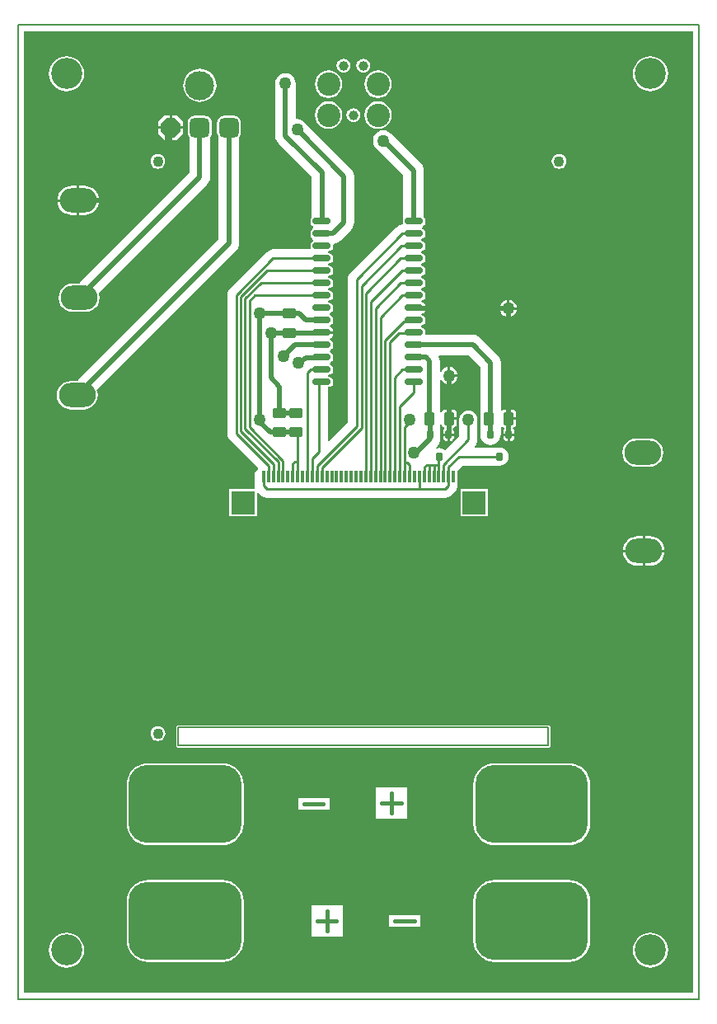
<source format=gbl>
G04*
G04 #@! TF.GenerationSoftware,Altium Limited,Altium Designer,19.0.10 (269)*
G04*
G04 Layer_Physical_Order=2*
G04 Layer_Color=16711680*
%FSLAX44Y44*%
%MOMM*%
G71*
G01*
G75*
G04:AMPARAMS|DCode=10|XSize=0.6mm|YSize=0.9mm|CornerRadius=0.15mm|HoleSize=0mm|Usage=FLASHONLY|Rotation=180.000|XOffset=0mm|YOffset=0mm|HoleType=Round|Shape=RoundedRectangle|*
%AMROUNDEDRECTD10*
21,1,0.6000,0.6000,0,0,180.0*
21,1,0.3000,0.9000,0,0,180.0*
1,1,0.3000,-0.1500,0.3000*
1,1,0.3000,0.1500,0.3000*
1,1,0.3000,0.1500,-0.3000*
1,1,0.3000,-0.1500,-0.3000*
%
%ADD10ROUNDEDRECTD10*%
%ADD11R,0.3000X1.2000*%
%ADD12R,2.4000X2.4000*%
G04:AMPARAMS|DCode=13|XSize=1.1mm|YSize=1.35mm|CornerRadius=0.1375mm|HoleSize=0mm|Usage=FLASHONLY|Rotation=270.000|XOffset=0mm|YOffset=0mm|HoleType=Round|Shape=RoundedRectangle|*
%AMROUNDEDRECTD13*
21,1,1.1000,1.0750,0,0,270.0*
21,1,0.8250,1.3500,0,0,270.0*
1,1,0.2750,-0.5375,-0.4125*
1,1,0.2750,-0.5375,0.4125*
1,1,0.2750,0.5375,0.4125*
1,1,0.2750,0.5375,-0.4125*
%
%ADD13ROUNDEDRECTD13*%
G04:AMPARAMS|DCode=14|XSize=1.1mm|YSize=1.35mm|CornerRadius=0.1375mm|HoleSize=0mm|Usage=FLASHONLY|Rotation=180.000|XOffset=0mm|YOffset=0mm|HoleType=Round|Shape=RoundedRectangle|*
%AMROUNDEDRECTD14*
21,1,1.1000,1.0750,0,0,180.0*
21,1,0.8250,1.3500,0,0,180.0*
1,1,0.2750,-0.4125,0.5375*
1,1,0.2750,0.4125,0.5375*
1,1,0.2750,0.4125,-0.5375*
1,1,0.2750,-0.4125,-0.5375*
%
%ADD14ROUNDEDRECTD14*%
G04:AMPARAMS|DCode=15|XSize=0.6mm|YSize=1.9mm|CornerRadius=0.15mm|HoleSize=0mm|Usage=FLASHONLY|Rotation=90.000|XOffset=0mm|YOffset=0mm|HoleType=Round|Shape=RoundedRectangle|*
%AMROUNDEDRECTD15*
21,1,0.6000,1.6000,0,0,90.0*
21,1,0.3000,1.9000,0,0,90.0*
1,1,0.3000,0.8000,0.1500*
1,1,0.3000,0.8000,-0.1500*
1,1,0.3000,-0.8000,-0.1500*
1,1,0.3000,-0.8000,0.1500*
%
%ADD15ROUNDEDRECTD15*%
%ADD16C,0.5000*%
%ADD17C,0.2500*%
%ADD18C,0.4000*%
%ADD19C,0.1500*%
%ADD20C,1.0000*%
%ADD21C,2.4000*%
%ADD22O,3.8000X2.5000*%
%ADD23C,3.2000*%
%ADD24C,1.1000*%
G04:AMPARAMS|DCode=25|XSize=8mm|YSize=8mm|CornerRadius=2mm|HoleSize=0mm|Usage=FLASHONLY|Rotation=180.000|XOffset=0mm|YOffset=0mm|HoleType=Round|Shape=RoundedRectangle|*
%AMROUNDEDRECTD25*
21,1,8.0000,4.0000,0,0,180.0*
21,1,4.0000,8.0000,0,0,180.0*
1,1,4.0000,-2.0000,2.0000*
1,1,4.0000,2.0000,2.0000*
1,1,4.0000,2.0000,-2.0000*
1,1,4.0000,-2.0000,-2.0000*
%
%ADD25ROUNDEDRECTD25*%
G04:AMPARAMS|DCode=26|XSize=2.032mm|YSize=2.032mm|CornerRadius=0.508mm|HoleSize=0mm|Usage=FLASHONLY|Rotation=180.000|XOffset=0mm|YOffset=0mm|HoleType=Round|Shape=RoundedRectangle|*
%AMROUNDEDRECTD26*
21,1,2.0320,1.0160,0,0,180.0*
21,1,1.0160,2.0320,0,0,180.0*
1,1,1.0160,-0.5080,0.5080*
1,1,1.0160,0.5080,0.5080*
1,1,1.0160,0.5080,-0.5080*
1,1,1.0160,-0.5080,-0.5080*
%
%ADD26ROUNDEDRECTD26*%
%ADD27P,2.1994X8X202.5*%
%ADD28C,3.0000*%
%ADD29C,1.2700*%
G36*
X694000Y6000D02*
X6000D01*
Y994000D01*
X694000Y994000D01*
X694000Y6000D01*
D02*
G37*
%LPC*%
G36*
X354810Y965460D02*
X352983Y965220D01*
X351280Y964514D01*
X349818Y963392D01*
X348695Y961930D01*
X347990Y960227D01*
X347750Y958400D01*
X347990Y956573D01*
X348695Y954870D01*
X349818Y953408D01*
X351280Y952286D01*
X352983Y951580D01*
X354810Y951340D01*
X356637Y951580D01*
X358340Y952286D01*
X359802Y953408D01*
X360924Y954870D01*
X361630Y956573D01*
X361870Y958400D01*
X361630Y960227D01*
X360924Y961930D01*
X359802Y963392D01*
X358340Y964514D01*
X356637Y965220D01*
X354810Y965460D01*
D02*
G37*
G36*
X334490D02*
X332663Y965220D01*
X330960Y964514D01*
X329497Y963392D01*
X328376Y961930D01*
X327670Y960227D01*
X327430Y958400D01*
X327670Y956573D01*
X328376Y954870D01*
X329497Y953408D01*
X330960Y952286D01*
X332663Y951580D01*
X334490Y951340D01*
X336317Y951580D01*
X338020Y952286D01*
X339482Y953408D01*
X340604Y954870D01*
X341310Y956573D01*
X341550Y958400D01*
X341310Y960227D01*
X340604Y961930D01*
X339482Y963392D01*
X338020Y964514D01*
X336317Y965220D01*
X334490Y965460D01*
D02*
G37*
G36*
X649999Y968086D02*
X646471Y967739D01*
X643078Y966710D01*
X639950Y965038D01*
X637210Y962789D01*
X634960Y960048D01*
X633289Y956921D01*
X632260Y953528D01*
X631912Y949999D01*
X632260Y946471D01*
X633289Y943078D01*
X634960Y939950D01*
X637210Y937210D01*
X639950Y934960D01*
X643078Y933289D01*
X646471Y932260D01*
X649999Y931912D01*
X653528Y932260D01*
X656921Y933289D01*
X660048Y934960D01*
X662789Y937210D01*
X665038Y939950D01*
X666710Y943078D01*
X667739Y946471D01*
X668086Y949999D01*
X667739Y953528D01*
X666710Y956921D01*
X665038Y960048D01*
X662789Y962789D01*
X660048Y965038D01*
X656921Y966710D01*
X653528Y967739D01*
X649999Y968086D01*
D02*
G37*
G36*
X49999D02*
X46471Y967739D01*
X43078Y966710D01*
X39950Y965038D01*
X37210Y962789D01*
X34960Y960048D01*
X33289Y956921D01*
X32260Y953528D01*
X31912Y949999D01*
X32260Y946471D01*
X33289Y943078D01*
X34960Y939950D01*
X37210Y937210D01*
X39950Y934960D01*
X43078Y933289D01*
X46471Y932260D01*
X49999Y931912D01*
X53528Y932260D01*
X56921Y933289D01*
X60048Y934960D01*
X62789Y937210D01*
X65038Y939950D01*
X66709Y943078D01*
X67739Y946471D01*
X68086Y949999D01*
X67739Y953528D01*
X66709Y956921D01*
X65038Y960048D01*
X62789Y962789D01*
X60048Y965038D01*
X56921Y966710D01*
X53528Y967739D01*
X49999Y968086D01*
D02*
G37*
G36*
X370050Y953471D02*
X366395Y952990D01*
X362990Y951579D01*
X360065Y949335D01*
X357821Y946410D01*
X356410Y943005D01*
X355929Y939350D01*
X356410Y935695D01*
X357821Y932290D01*
X360065Y929365D01*
X362990Y927121D01*
X366395Y925710D01*
X370050Y925229D01*
X373705Y925710D01*
X377110Y927121D01*
X380035Y929365D01*
X382279Y932290D01*
X383690Y935695D01*
X384171Y939350D01*
X383690Y943005D01*
X382279Y946410D01*
X380035Y949335D01*
X377110Y951579D01*
X373705Y952990D01*
X370050Y953471D01*
D02*
G37*
G36*
X319250D02*
X315595Y952990D01*
X312190Y951579D01*
X309265Y949335D01*
X307021Y946410D01*
X305610Y943005D01*
X305129Y939350D01*
X305610Y935695D01*
X307021Y932290D01*
X309265Y929365D01*
X312190Y927121D01*
X315595Y925710D01*
X319250Y925229D01*
X322905Y925710D01*
X326310Y927121D01*
X329235Y929365D01*
X331479Y932290D01*
X332890Y935695D01*
X333371Y939350D01*
X332890Y943005D01*
X331479Y946410D01*
X329235Y949335D01*
X326310Y951579D01*
X322905Y952990D01*
X319250Y953471D01*
D02*
G37*
G36*
X187000Y955082D02*
X183667Y954754D01*
X180463Y953782D01*
X177510Y952203D01*
X174921Y950079D01*
X172797Y947490D01*
X171218Y944537D01*
X170246Y941333D01*
X169918Y938000D01*
X170246Y934667D01*
X171218Y931463D01*
X172797Y928510D01*
X174921Y925921D01*
X177510Y923797D01*
X180463Y922218D01*
X183667Y921246D01*
X187000Y920918D01*
X190333Y921246D01*
X193537Y922218D01*
X196490Y923797D01*
X199079Y925921D01*
X201203Y928510D01*
X202782Y931463D01*
X203754Y934667D01*
X204082Y938000D01*
X203754Y941333D01*
X202782Y944537D01*
X201203Y947490D01*
X199079Y950079D01*
X196490Y952203D01*
X193537Y953782D01*
X190333Y954754D01*
X187000Y955082D01*
D02*
G37*
G36*
X344650Y914660D02*
X342823Y914420D01*
X341120Y913715D01*
X339658Y912592D01*
X338535Y911130D01*
X337830Y909427D01*
X337590Y907600D01*
X337830Y905773D01*
X338535Y904070D01*
X339658Y902608D01*
X341120Y901486D01*
X342823Y900780D01*
X344650Y900540D01*
X346477Y900780D01*
X348180Y901486D01*
X349642Y902608D01*
X350764Y904070D01*
X351470Y905773D01*
X351710Y907600D01*
X351470Y909427D01*
X350764Y911130D01*
X349642Y912592D01*
X348180Y913715D01*
X346477Y914420D01*
X344650Y914660D01*
D02*
G37*
G36*
X163330Y907460D02*
X158250D01*
Y896050D01*
X169660D01*
Y901130D01*
X163330Y907460D01*
D02*
G37*
G36*
X155750D02*
X150670D01*
X144340Y901130D01*
Y896050D01*
X155750D01*
Y907460D01*
D02*
G37*
G36*
X370050Y921721D02*
X366395Y921240D01*
X362990Y919829D01*
X360065Y917585D01*
X357821Y914660D01*
X356410Y911255D01*
X355929Y907600D01*
X356410Y903945D01*
X357821Y900540D01*
X360065Y897615D01*
X362990Y895371D01*
X366395Y893960D01*
X370050Y893479D01*
X373705Y893960D01*
X377110Y895371D01*
X380035Y897615D01*
X382279Y900540D01*
X383690Y903945D01*
X384171Y907600D01*
X383690Y911255D01*
X382279Y914660D01*
X380035Y917585D01*
X377110Y919829D01*
X373705Y921240D01*
X370050Y921721D01*
D02*
G37*
G36*
X319250D02*
X315595Y921240D01*
X312190Y919829D01*
X309265Y917585D01*
X307021Y914660D01*
X305610Y911255D01*
X305129Y907600D01*
X305610Y903945D01*
X307021Y900540D01*
X309265Y897615D01*
X312190Y895371D01*
X315595Y893960D01*
X319250Y893479D01*
X322905Y893960D01*
X326310Y895371D01*
X329235Y897615D01*
X331479Y900540D01*
X332890Y903945D01*
X333371Y907600D01*
X332890Y911255D01*
X331479Y914660D01*
X329235Y917585D01*
X326310Y919829D01*
X322905Y921240D01*
X319250Y921721D01*
D02*
G37*
G36*
X169660Y893550D02*
X158250D01*
Y882140D01*
X163330D01*
X169660Y888470D01*
Y893550D01*
D02*
G37*
G36*
X155750D02*
X144340D01*
Y888470D01*
X150670Y882140D01*
X155750D01*
Y893550D01*
D02*
G37*
G36*
X556100Y867565D02*
X554142Y867307D01*
X552318Y866551D01*
X550751Y865349D01*
X549549Y863782D01*
X548793Y861958D01*
X548535Y860000D01*
X548793Y858042D01*
X549549Y856218D01*
X550751Y854651D01*
X552318Y853449D01*
X554142Y852693D01*
X556100Y852435D01*
X558058Y852693D01*
X559882Y853449D01*
X561449Y854651D01*
X562651Y856218D01*
X563407Y858042D01*
X563665Y860000D01*
X563407Y861958D01*
X562651Y863782D01*
X561449Y865349D01*
X559882Y866551D01*
X558058Y867307D01*
X556100Y867565D01*
D02*
G37*
G36*
X143900D02*
X141942Y867307D01*
X140118Y866551D01*
X138551Y865349D01*
X137349Y863782D01*
X136593Y861958D01*
X136335Y860000D01*
X136593Y858042D01*
X137349Y856218D01*
X138551Y854651D01*
X140118Y853449D01*
X141942Y852693D01*
X143900Y852435D01*
X145858Y852693D01*
X147682Y853449D01*
X149249Y854651D01*
X150451Y856218D01*
X151207Y858042D01*
X151465Y860000D01*
X151207Y861958D01*
X150451Y863782D01*
X149249Y865349D01*
X147682Y866551D01*
X145858Y867307D01*
X143900Y867565D01*
D02*
G37*
G36*
X68500Y835073D02*
X63250D01*
Y821250D01*
X83449D01*
X83283Y822941D01*
X82425Y825768D01*
X81032Y828374D01*
X79158Y830658D01*
X76874Y832532D01*
X74268Y833925D01*
X71440Y834783D01*
X68500Y835073D01*
D02*
G37*
G36*
X60750D02*
X55500D01*
X52559Y834783D01*
X49732Y833925D01*
X47126Y832532D01*
X44842Y830658D01*
X42968Y828374D01*
X41575Y825768D01*
X40717Y822941D01*
X40550Y821250D01*
X60750D01*
Y835073D01*
D02*
G37*
G36*
X83449Y818750D02*
X63250D01*
Y804927D01*
X68500D01*
X71440Y805217D01*
X74268Y806075D01*
X76874Y807468D01*
X79158Y809342D01*
X81032Y811626D01*
X82425Y814232D01*
X83283Y817059D01*
X83449Y818750D01*
D02*
G37*
G36*
X60750D02*
X40550D01*
X40717Y817059D01*
X41575Y814232D01*
X42968Y811626D01*
X44842Y809342D01*
X47126Y807468D01*
X49732Y806075D01*
X52559Y805217D01*
X55500Y804927D01*
X60750D01*
Y818750D01*
D02*
G37*
G36*
X505250Y717762D02*
Y710250D01*
X512762D01*
X512622Y711310D01*
X511730Y713463D01*
X510312Y715312D01*
X508463Y716730D01*
X506310Y717622D01*
X505250Y717762D01*
D02*
G37*
G36*
X502750D02*
X501690Y717622D01*
X499537Y716730D01*
X497688Y715312D01*
X496269Y713463D01*
X495378Y711310D01*
X495238Y710250D01*
X502750D01*
Y717762D01*
D02*
G37*
G36*
X192080Y907021D02*
X181920D01*
X180072Y906778D01*
X178349Y906064D01*
X176870Y904930D01*
X175736Y903451D01*
X175022Y901728D01*
X174779Y899880D01*
Y889720D01*
X175022Y887872D01*
X175736Y886150D01*
X176409Y885271D01*
Y848387D01*
X65838Y737815D01*
X64155Y735622D01*
X63747Y734636D01*
X63736Y734625D01*
X56500D01*
X52715Y734127D01*
X49187Y732666D01*
X46158Y730341D01*
X43834Y727313D01*
X42373Y723785D01*
X41875Y720000D01*
X42373Y716215D01*
X43834Y712687D01*
X46158Y709659D01*
X49187Y707334D01*
X52715Y705873D01*
X56500Y705375D01*
X69500D01*
X73285Y705873D01*
X76813Y707334D01*
X79841Y709659D01*
X82166Y712687D01*
X83627Y716215D01*
X84125Y720000D01*
X83627Y723785D01*
X83081Y725103D01*
X194489Y836511D01*
X196172Y838705D01*
X197230Y841259D01*
X197591Y844000D01*
Y885271D01*
X198264Y886150D01*
X198978Y887872D01*
X199221Y889720D01*
Y899880D01*
X198978Y901728D01*
X198264Y903451D01*
X197129Y904930D01*
X195651Y906064D01*
X193928Y906778D01*
X192080Y907021D01*
D02*
G37*
G36*
X512762Y707750D02*
X505250D01*
Y700238D01*
X506310Y700378D01*
X508463Y701270D01*
X510312Y702688D01*
X511730Y704537D01*
X512622Y706690D01*
X512762Y707750D01*
D02*
G37*
G36*
X502750D02*
X495238D01*
X495378Y706690D01*
X496269Y704537D01*
X497688Y702688D01*
X499537Y701270D01*
X501690Y700378D01*
X502750Y700238D01*
Y707750D01*
D02*
G37*
G36*
X444250Y648762D02*
Y641250D01*
X451762D01*
X451622Y642310D01*
X450731Y644463D01*
X449312Y646312D01*
X447463Y647730D01*
X445310Y648622D01*
X444250Y648762D01*
D02*
G37*
G36*
X451762Y638750D02*
X444250D01*
Y631238D01*
X445310Y631378D01*
X447463Y632270D01*
X449312Y633688D01*
X450731Y635537D01*
X451622Y637690D01*
X451762Y638750D01*
D02*
G37*
G36*
X222080Y907021D02*
X211920D01*
X210072Y906778D01*
X208349Y906064D01*
X206870Y904930D01*
X205736Y903451D01*
X205022Y901728D01*
X204779Y899880D01*
Y889720D01*
X205022Y887872D01*
X205736Y886150D01*
X206409Y885271D01*
Y780387D01*
X63838Y637816D01*
X62155Y635622D01*
X61747Y634636D01*
X61736Y634625D01*
X54500D01*
X50715Y634127D01*
X47187Y632666D01*
X44159Y630341D01*
X41834Y627313D01*
X40373Y623785D01*
X39875Y620000D01*
X40373Y616215D01*
X41834Y612687D01*
X44159Y609659D01*
X47187Y607334D01*
X50715Y605873D01*
X54500Y605375D01*
X67500D01*
X71285Y605873D01*
X74812Y607334D01*
X77842Y609659D01*
X80166Y612687D01*
X81627Y616215D01*
X82125Y620000D01*
X81627Y623785D01*
X81081Y625103D01*
X224489Y768511D01*
X226172Y770705D01*
X227230Y773259D01*
X227591Y776000D01*
Y885271D01*
X228264Y886150D01*
X228978Y887872D01*
X229221Y889720D01*
Y899880D01*
X228978Y901728D01*
X228264Y903451D01*
X227129Y904930D01*
X225651Y906064D01*
X223928Y906778D01*
X222080Y907021D01*
D02*
G37*
G36*
X508125Y605326D02*
X505250D01*
Y597250D01*
X512076D01*
Y601375D01*
X511775Y602887D01*
X510919Y604169D01*
X509637Y605025D01*
X508125Y605326D01*
D02*
G37*
G36*
X447125D02*
X444250D01*
Y597250D01*
X451076D01*
Y601375D01*
X450775Y602887D01*
X449919Y604169D01*
X448637Y605025D01*
X447125Y605326D01*
D02*
G37*
G36*
X275000Y950591D02*
X272259Y950230D01*
X269705Y949172D01*
X267511Y947489D01*
X265828Y945295D01*
X264770Y942741D01*
X264409Y940000D01*
Y886000D01*
X264770Y883259D01*
X265828Y880705D01*
X267511Y878511D01*
X301909Y844113D01*
Y802796D01*
X301577Y802573D01*
X300803Y801416D01*
X300531Y800050D01*
Y797050D01*
X300803Y795684D01*
X301577Y794527D01*
X302734Y793753D01*
X303157Y793669D01*
X303328Y793255D01*
X303937Y792461D01*
X302928Y791145D01*
X302717Y790635D01*
X301577Y789873D01*
X300803Y788716D01*
X300531Y787350D01*
Y784350D01*
X300803Y782984D01*
X301577Y781827D01*
X302717Y781065D01*
X302928Y780555D01*
X303777Y779449D01*
X303250Y778049D01*
X302734Y777947D01*
X301577Y777173D01*
X300803Y776016D01*
X300531Y774650D01*
Y771650D01*
X300651Y771050D01*
X299729Y769780D01*
X262358D01*
X259944Y769462D01*
X257693Y768530D01*
X255761Y767047D01*
X217903Y729189D01*
X216420Y727257D01*
X215488Y725007D01*
X215170Y722592D01*
Y580772D01*
X215488Y578357D01*
X216420Y576107D01*
X217903Y574175D01*
X246963Y545115D01*
X246880Y543847D01*
X245903Y543097D01*
X244420Y541165D01*
X243488Y538915D01*
X243170Y536500D01*
Y527500D01*
X243488Y525085D01*
X243707Y524556D01*
X243002Y523500D01*
X217500D01*
Y495500D01*
X245500D01*
Y519510D01*
X246770Y520036D01*
X249403Y517403D01*
X251335Y515920D01*
X253585Y514988D01*
X256000Y514670D01*
X439000D01*
X441415Y514988D01*
X443665Y515920D01*
X445597Y517403D01*
X449097Y520903D01*
X450580Y522835D01*
X451512Y525085D01*
X451830Y527500D01*
Y536500D01*
Y542635D01*
X456865Y547670D01*
X495000D01*
X497415Y547988D01*
X499665Y548920D01*
X501597Y550403D01*
X503080Y552335D01*
X504012Y554585D01*
X504330Y557000D01*
X504012Y559415D01*
X503080Y561665D01*
X501597Y563597D01*
X499665Y565080D01*
X497415Y566012D01*
X495000Y566330D01*
X470041D01*
X469715Y567117D01*
X469639Y567600D01*
X471080Y569478D01*
X472012Y571728D01*
X472330Y574143D01*
Y595000D01*
X472012Y597415D01*
X471080Y599665D01*
X469597Y601597D01*
X467665Y603080D01*
X465415Y604012D01*
X463000Y604330D01*
X460585Y604012D01*
X458335Y603080D01*
X456403Y601597D01*
X454920Y599665D01*
X453988Y597415D01*
X453670Y595000D01*
Y578007D01*
X439124Y563461D01*
X437665Y564580D01*
X435415Y565512D01*
X433000Y565830D01*
X430585Y565512D01*
X430073Y565300D01*
X429354Y566376D01*
X430989Y568011D01*
X432672Y570205D01*
X433730Y572759D01*
X434091Y575500D01*
Y579500D01*
X433841Y581399D01*
Y589562D01*
X435111Y589687D01*
X435225Y589113D01*
X436081Y587831D01*
X437363Y586975D01*
X438017Y586845D01*
X438285Y585497D01*
X438116Y585384D01*
X437232Y584061D01*
X436922Y582500D01*
Y580750D01*
X442500D01*
X448078D01*
Y582500D01*
X447768Y584061D01*
X446884Y585384D01*
X446853Y585404D01*
X447079Y586456D01*
X447213Y586692D01*
X448637Y586975D01*
X449919Y587831D01*
X450775Y589113D01*
X451076Y590625D01*
Y594750D01*
X443000D01*
Y596000D01*
X441750D01*
Y605326D01*
X438875D01*
X437363Y605025D01*
X436081Y604169D01*
X435225Y602887D01*
X434924Y601375D01*
Y598359D01*
X433654Y597866D01*
X433591Y597935D01*
Y636271D01*
X434861Y636524D01*
X435270Y635537D01*
X436688Y633688D01*
X438537Y632270D01*
X440690Y631378D01*
X441750Y631238D01*
Y640000D01*
Y648762D01*
X440690Y648622D01*
X438537Y647730D01*
X436688Y646312D01*
X435270Y644463D01*
X434861Y643476D01*
X433591Y643728D01*
Y655000D01*
X433230Y657741D01*
X432423Y659689D01*
X433167Y660959D01*
X463063D01*
X474909Y649113D01*
Y596000D01*
Y579500D01*
X475270Y576759D01*
X476328Y574205D01*
X478011Y572011D01*
X480205Y570328D01*
X482759Y569270D01*
X485500Y568909D01*
X488241Y569270D01*
X490795Y570328D01*
X492989Y572011D01*
X494672Y574205D01*
X495730Y576759D01*
X496091Y579500D01*
Y587082D01*
X496385Y587305D01*
X497361Y587645D01*
X498363Y586975D01*
X499787Y586692D01*
X499922Y586456D01*
X500146Y585404D01*
X500116Y585384D01*
X499232Y584061D01*
X498922Y582500D01*
Y580750D01*
X504500D01*
X510078D01*
Y582500D01*
X509768Y584061D01*
X508884Y585384D01*
X508715Y585497D01*
X508983Y586845D01*
X509637Y586975D01*
X510919Y587831D01*
X511775Y589113D01*
X512076Y590625D01*
Y594750D01*
X504000D01*
Y596000D01*
X502750D01*
Y605326D01*
X499875D01*
X498363Y605025D01*
X497361Y604355D01*
X496385Y604695D01*
X496091Y604918D01*
Y653500D01*
X495730Y656241D01*
X494672Y658795D01*
X492989Y660989D01*
X474939Y679039D01*
X472745Y680722D01*
X470191Y681780D01*
X467450Y682141D01*
X419169D01*
X418669Y682750D01*
Y685750D01*
X418397Y687116D01*
X417623Y688273D01*
X416466Y689047D01*
X415100Y689319D01*
X414870D01*
X413887Y690600D01*
X414870Y691881D01*
X415100D01*
X416466Y692153D01*
X417623Y692927D01*
X418397Y694084D01*
X418669Y695450D01*
Y698450D01*
X418397Y699816D01*
X417623Y700973D01*
X416466Y701747D01*
X415145Y702010D01*
X414705Y702644D01*
X414503Y702964D01*
X415076Y704072D01*
X415100D01*
X416661Y704382D01*
X417984Y705266D01*
X418868Y706589D01*
X419178Y708150D01*
Y708400D01*
X407100D01*
Y710900D01*
X419178D01*
Y711150D01*
X418868Y712711D01*
X417984Y714034D01*
X416661Y714918D01*
X415100Y715228D01*
X415076D01*
X414503Y716336D01*
X414705Y716656D01*
X415145Y717291D01*
X416466Y717553D01*
X417623Y718327D01*
X418397Y719484D01*
X418669Y720850D01*
Y723850D01*
X418397Y725216D01*
X417623Y726373D01*
X416466Y727147D01*
X415100Y727419D01*
X414870D01*
X413887Y728700D01*
X414870Y729982D01*
X415100D01*
X416466Y730253D01*
X417623Y731027D01*
X418397Y732184D01*
X418669Y733550D01*
Y736550D01*
X418397Y737916D01*
X417623Y739073D01*
X416466Y739847D01*
X415100Y740119D01*
X414870D01*
X413887Y741400D01*
X414870Y742682D01*
X415100D01*
X416466Y742953D01*
X417623Y743727D01*
X418397Y744884D01*
X418669Y746250D01*
Y749250D01*
X418397Y750616D01*
X417623Y751773D01*
X416466Y752547D01*
X415100Y752819D01*
X414870D01*
X413887Y754100D01*
X414870Y755381D01*
X415100D01*
X416466Y755653D01*
X417623Y756427D01*
X418397Y757584D01*
X418669Y758950D01*
Y761950D01*
X418397Y763316D01*
X417623Y764473D01*
X416466Y765247D01*
X415100Y765519D01*
X414870D01*
X413887Y766800D01*
X414870Y768082D01*
X415100D01*
X416466Y768353D01*
X417623Y769127D01*
X418397Y770284D01*
X418669Y771650D01*
Y774650D01*
X418397Y776016D01*
X417623Y777173D01*
X416466Y777947D01*
X415100Y778219D01*
X414870D01*
X413887Y779500D01*
X414870Y780781D01*
X415100D01*
X416466Y781053D01*
X417623Y781827D01*
X418397Y782984D01*
X418669Y784350D01*
Y787350D01*
X418397Y788716D01*
X417623Y789873D01*
X416466Y790647D01*
X415547Y790830D01*
X415018Y791851D01*
X414989Y792189D01*
X415807Y793255D01*
X415973Y793655D01*
X416466Y793753D01*
X417623Y794527D01*
X418397Y795684D01*
X418669Y797050D01*
Y800050D01*
X418397Y801416D01*
X417623Y802573D01*
X417226Y802839D01*
Y850365D01*
X416865Y853106D01*
X415807Y855660D01*
X414124Y857854D01*
X400489Y871489D01*
X382989Y888989D01*
X380795Y890672D01*
X378241Y891730D01*
X375500Y892091D01*
X372759Y891730D01*
X370205Y890672D01*
X368011Y888989D01*
X366328Y886795D01*
X365270Y884241D01*
X364910Y881500D01*
X365270Y878759D01*
X366328Y876205D01*
X368011Y874011D01*
X385511Y856511D01*
X385511Y856511D01*
X396044Y845978D01*
Y801777D01*
X395803Y801416D01*
X395531Y800050D01*
Y797050D01*
X395651Y796450D01*
X395486Y796008D01*
X394791Y795157D01*
X394719Y795120D01*
X392761Y794862D01*
X390511Y793930D01*
X388579Y792447D01*
X341403Y745271D01*
X339920Y743339D01*
X338988Y741088D01*
X338670Y738674D01*
Y591865D01*
X319603Y572797D01*
X318430Y573284D01*
Y628382D01*
X320100D01*
X321466Y628653D01*
X322623Y629427D01*
X323397Y630584D01*
X323669Y631950D01*
Y634950D01*
X323397Y636316D01*
X322623Y637473D01*
X321466Y638247D01*
X320100Y638519D01*
X319252D01*
X318878Y639789D01*
X319870Y641081D01*
X320100D01*
X321466Y641353D01*
X322623Y642127D01*
X323397Y643284D01*
X323669Y644650D01*
Y647650D01*
X323397Y649016D01*
X322623Y650173D01*
X321466Y650947D01*
X320950Y651049D01*
X320423Y652449D01*
X321272Y653555D01*
X321483Y654065D01*
X322623Y654827D01*
X323397Y655984D01*
X323669Y657350D01*
Y660350D01*
X323397Y661716D01*
X322623Y662873D01*
X321483Y663635D01*
X321272Y664145D01*
X320462Y665200D01*
X321272Y666255D01*
X321483Y666765D01*
X322623Y667527D01*
X323397Y668684D01*
X323669Y670050D01*
Y673050D01*
X323397Y674416D01*
X322623Y675573D01*
X321483Y676335D01*
X321272Y676845D01*
X320763Y677509D01*
X321289Y678908D01*
X321661Y678982D01*
X322984Y679866D01*
X323868Y681189D01*
X324178Y682750D01*
Y683000D01*
X312100D01*
Y685500D01*
X324178D01*
Y685750D01*
X323868Y687311D01*
X322984Y688634D01*
X321661Y689518D01*
X321289Y689592D01*
X320763Y690992D01*
X321272Y691655D01*
X321483Y692165D01*
X322623Y692927D01*
X323397Y694084D01*
X323669Y695450D01*
Y698450D01*
X323397Y699816D01*
X322623Y700973D01*
X321483Y701735D01*
X321272Y702245D01*
X320423Y703351D01*
X320950Y704751D01*
X321466Y704853D01*
X322623Y705627D01*
X323397Y706784D01*
X323669Y708150D01*
Y711150D01*
X323397Y712516D01*
X322623Y713673D01*
X321466Y714447D01*
X320100Y714719D01*
X319252D01*
X318878Y715989D01*
X319870Y717281D01*
X320100D01*
X321466Y717553D01*
X322623Y718327D01*
X323397Y719484D01*
X323669Y720850D01*
Y723850D01*
X323397Y725216D01*
X322623Y726373D01*
X321466Y727147D01*
X320100Y727419D01*
X319870D01*
X318887Y728700D01*
X319870Y729982D01*
X320100D01*
X321466Y730253D01*
X322623Y731027D01*
X323397Y732184D01*
X323669Y733550D01*
Y736550D01*
X323397Y737916D01*
X322623Y739073D01*
X321466Y739847D01*
X320100Y740119D01*
X319870D01*
X318887Y741400D01*
X319870Y742682D01*
X320100D01*
X321466Y742953D01*
X322623Y743727D01*
X323397Y744884D01*
X323669Y746250D01*
Y749250D01*
X323397Y750616D01*
X322623Y751773D01*
X321466Y752547D01*
X320100Y752819D01*
X319870D01*
X318887Y754100D01*
X319870Y755381D01*
X320100D01*
X321466Y755653D01*
X322623Y756427D01*
X323397Y757584D01*
X323669Y758950D01*
Y761950D01*
X323397Y763316D01*
X322623Y764473D01*
X321466Y765247D01*
X320100Y765519D01*
X319870D01*
X318878Y766812D01*
X319252Y768082D01*
X320100D01*
X321466Y768353D01*
X322623Y769127D01*
X323397Y770284D01*
X323669Y771650D01*
Y774650D01*
X324817Y775387D01*
X326591Y775620D01*
X329145Y776678D01*
X331339Y778361D01*
X342489Y789511D01*
X344172Y791705D01*
X345230Y794259D01*
X345591Y797000D01*
Y845000D01*
X345230Y847741D01*
X344172Y850295D01*
X342489Y852489D01*
X294489Y900489D01*
X292295Y902172D01*
X289741Y903230D01*
X287000Y903591D01*
X286546Y903531D01*
X285591Y904368D01*
Y940000D01*
X285230Y942741D01*
X284172Y945295D01*
X282489Y947489D01*
X280295Y949172D01*
X277741Y950230D01*
X275000Y950591D01*
D02*
G37*
G36*
X510078Y578250D02*
X505750D01*
Y572422D01*
X506000D01*
X507561Y572732D01*
X508884Y573616D01*
X509768Y574939D01*
X510078Y576500D01*
Y578250D01*
D02*
G37*
G36*
X503250D02*
X498922D01*
Y576500D01*
X499232Y574939D01*
X500116Y573616D01*
X501439Y572732D01*
X503000Y572422D01*
X503250D01*
Y578250D01*
D02*
G37*
G36*
X448078D02*
X443750D01*
Y572422D01*
X444000D01*
X445561Y572732D01*
X446884Y573616D01*
X447768Y574939D01*
X448078Y576500D01*
Y578250D01*
D02*
G37*
G36*
X441250D02*
X436922D01*
Y576500D01*
X437232Y574939D01*
X438116Y573616D01*
X439439Y572732D01*
X441000Y572422D01*
X441250D01*
Y578250D01*
D02*
G37*
G36*
X648500Y575625D02*
X635500D01*
X631715Y575127D01*
X628187Y573666D01*
X625159Y571342D01*
X622834Y568313D01*
X621373Y564785D01*
X620875Y561000D01*
X621373Y557215D01*
X622834Y553687D01*
X625159Y550658D01*
X628187Y548334D01*
X631715Y546873D01*
X635500Y546375D01*
X648500D01*
X652285Y546873D01*
X655813Y548334D01*
X658841Y550658D01*
X661166Y553687D01*
X662627Y557215D01*
X663125Y561000D01*
X662627Y564785D01*
X661166Y568313D01*
X658841Y571342D01*
X655813Y573666D01*
X652285Y575127D01*
X648500Y575625D01*
D02*
G37*
G36*
X482600Y523500D02*
X454600D01*
Y495500D01*
X482600D01*
Y523500D01*
D02*
G37*
G36*
X649500Y475073D02*
X644250D01*
Y461250D01*
X664449D01*
X664283Y462940D01*
X663425Y465768D01*
X662032Y468374D01*
X660158Y470658D01*
X657874Y472532D01*
X655268Y473925D01*
X652440Y474783D01*
X649500Y475073D01*
D02*
G37*
G36*
X641750D02*
X636500D01*
X633559Y474783D01*
X630732Y473925D01*
X628126Y472532D01*
X625842Y470658D01*
X623968Y468374D01*
X622575Y465768D01*
X621717Y462940D01*
X621551Y461250D01*
X641750D01*
Y475073D01*
D02*
G37*
G36*
X664449Y458750D02*
X644250D01*
Y444927D01*
X649500D01*
X652440Y445217D01*
X655268Y446075D01*
X657874Y447468D01*
X660158Y449342D01*
X662032Y451626D01*
X663425Y454232D01*
X664283Y457060D01*
X664449Y458750D01*
D02*
G37*
G36*
X641750D02*
X621551D01*
X621717Y457060D01*
X622575Y454232D01*
X623968Y451626D01*
X625842Y449342D01*
X628126Y447468D01*
X630732Y446075D01*
X633559Y445217D01*
X636500Y444927D01*
X641750D01*
Y458750D01*
D02*
G37*
G36*
X143900Y279965D02*
X141942Y279707D01*
X140118Y278951D01*
X138551Y277749D01*
X137349Y276182D01*
X136593Y274358D01*
X136335Y272400D01*
X136593Y270442D01*
X137349Y268618D01*
X138551Y267051D01*
X140118Y265849D01*
X141942Y265093D01*
X143900Y264835D01*
X145858Y265093D01*
X147682Y265849D01*
X149249Y267051D01*
X150451Y268618D01*
X151207Y270442D01*
X151465Y272400D01*
X151207Y274358D01*
X150451Y276182D01*
X149249Y277749D01*
X147682Y278951D01*
X145858Y279707D01*
X143900Y279965D01*
D02*
G37*
G36*
X165000Y281039D02*
X164220Y280884D01*
X163558Y280442D01*
X163116Y279780D01*
X162961Y279000D01*
Y260000D01*
X162961Y260000D01*
X163116Y259220D01*
X163558Y258558D01*
X163558Y258558D01*
X164220Y258116D01*
X165000Y257961D01*
X545000D01*
X545780Y258116D01*
X546442Y258558D01*
X546884Y259220D01*
X547039Y260000D01*
Y279000D01*
X546884Y279780D01*
X546442Y280442D01*
X545780Y280884D01*
X545000Y281039D01*
X165000Y281039D01*
D02*
G37*
G36*
X320000Y206005D02*
X288006D01*
Y194005D01*
X320000D01*
Y206005D01*
D02*
G37*
G36*
X400002Y216994D02*
X368008D01*
Y185000D01*
X400002D01*
Y216994D01*
D02*
G37*
G36*
X566000Y242106D02*
X490000D01*
X485687Y241682D01*
X481540Y240424D01*
X477718Y238381D01*
X474368Y235632D01*
X471619Y232282D01*
X469576Y228460D01*
X468318Y224313D01*
X467894Y220000D01*
Y180000D01*
X468318Y175687D01*
X469576Y171540D01*
X471619Y167718D01*
X474368Y164368D01*
X477718Y161619D01*
X481540Y159576D01*
X485687Y158318D01*
X490000Y157894D01*
X566000D01*
X570313Y158318D01*
X574460Y159576D01*
X578282Y161619D01*
X581632Y164368D01*
X584381Y167718D01*
X586424Y171540D01*
X587682Y175687D01*
X588106Y180000D01*
Y220000D01*
X587682Y224313D01*
X586424Y228460D01*
X584381Y232282D01*
X581632Y235632D01*
X578282Y238381D01*
X574460Y240424D01*
X570313Y241682D01*
X566000Y242106D01*
D02*
G37*
G36*
X210000D02*
X134000D01*
X129687Y241682D01*
X125540Y240424D01*
X121718Y238381D01*
X118368Y235632D01*
X115619Y232282D01*
X113576Y228460D01*
X112318Y224313D01*
X111894Y220000D01*
Y180000D01*
X112318Y175687D01*
X113576Y171540D01*
X115619Y167718D01*
X118368Y164368D01*
X121718Y161619D01*
X125540Y159576D01*
X129687Y158318D01*
X134000Y157894D01*
X210000D01*
X214313Y158318D01*
X218460Y159576D01*
X222282Y161619D01*
X225632Y164368D01*
X228381Y167718D01*
X230424Y171540D01*
X231682Y175687D01*
X232106Y180000D01*
Y220000D01*
X231682Y224313D01*
X230424Y228460D01*
X228381Y232282D01*
X225632Y235632D01*
X222282Y238381D01*
X218460Y240424D01*
X214313Y241682D01*
X210000Y242106D01*
D02*
G37*
G36*
X413500Y86005D02*
X381507D01*
Y74005D01*
X413500D01*
Y86005D01*
D02*
G37*
G36*
X333502Y95993D02*
X301508D01*
Y64000D01*
X333502D01*
Y95993D01*
D02*
G37*
G36*
X566000Y122106D02*
X490000D01*
X485687Y121682D01*
X481540Y120424D01*
X477718Y118381D01*
X474368Y115632D01*
X471619Y112282D01*
X469576Y108460D01*
X468318Y104313D01*
X467894Y100000D01*
Y60000D01*
X468318Y55687D01*
X469576Y51540D01*
X471619Y47718D01*
X474368Y44368D01*
X477718Y41619D01*
X481540Y39576D01*
X485687Y38318D01*
X490000Y37894D01*
X566000D01*
X570313Y38318D01*
X574460Y39576D01*
X578282Y41619D01*
X581632Y44368D01*
X584381Y47718D01*
X586424Y51540D01*
X587682Y55687D01*
X588106Y60000D01*
Y100000D01*
X587682Y104313D01*
X586424Y108460D01*
X584381Y112282D01*
X581632Y115632D01*
X578282Y118381D01*
X574460Y120424D01*
X570313Y121682D01*
X566000Y122106D01*
D02*
G37*
G36*
X210000D02*
X134000D01*
X129687Y121682D01*
X125540Y120424D01*
X121718Y118381D01*
X118368Y115632D01*
X115619Y112282D01*
X113576Y108460D01*
X112318Y104313D01*
X111894Y100000D01*
Y60000D01*
X112318Y55687D01*
X113576Y51540D01*
X115619Y47718D01*
X118368Y44368D01*
X121718Y41619D01*
X125540Y39576D01*
X129687Y38318D01*
X134000Y37894D01*
X210000D01*
X214313Y38318D01*
X218460Y39576D01*
X222282Y41619D01*
X225632Y44368D01*
X228381Y47718D01*
X230424Y51540D01*
X231682Y55687D01*
X232106Y60000D01*
Y100000D01*
X231682Y104313D01*
X230424Y108460D01*
X228381Y112282D01*
X225632Y115632D01*
X222282Y118381D01*
X218460Y120424D01*
X214313Y121682D01*
X210000Y122106D01*
D02*
G37*
G36*
X649999Y68086D02*
X646471Y67739D01*
X643078Y66709D01*
X639950Y65038D01*
X637210Y62789D01*
X634960Y60048D01*
X633289Y56921D01*
X632260Y53528D01*
X631912Y49999D01*
X632260Y46471D01*
X633289Y43078D01*
X634960Y39950D01*
X637210Y37210D01*
X639950Y34960D01*
X643078Y33289D01*
X646471Y32260D01*
X649999Y31912D01*
X653528Y32260D01*
X656921Y33289D01*
X660048Y34960D01*
X662789Y37210D01*
X665038Y39950D01*
X666710Y43078D01*
X667739Y46471D01*
X668086Y49999D01*
X667739Y53528D01*
X666710Y56921D01*
X665038Y60048D01*
X662789Y62789D01*
X660048Y65038D01*
X656921Y66709D01*
X653528Y67739D01*
X649999Y68086D01*
D02*
G37*
G36*
X49999D02*
X46471Y67739D01*
X43078Y66709D01*
X39950Y65038D01*
X37210Y62789D01*
X34960Y60048D01*
X33289Y56921D01*
X32260Y53528D01*
X31912Y49999D01*
X32260Y46471D01*
X33289Y43078D01*
X34960Y39950D01*
X37210Y37210D01*
X39950Y34960D01*
X43078Y33289D01*
X46471Y32260D01*
X49999Y31912D01*
X53528Y32260D01*
X56921Y33289D01*
X60048Y34960D01*
X62789Y37210D01*
X65038Y39950D01*
X66709Y43078D01*
X67739Y46471D01*
X68086Y49999D01*
X67739Y53528D01*
X66709Y56921D01*
X65038Y60048D01*
X62789Y62789D01*
X60048Y65038D01*
X56921Y66709D01*
X53528Y67739D01*
X49999Y68086D01*
D02*
G37*
%LPD*%
D10*
X423500Y579500D02*
D03*
X442500D02*
D03*
X433000Y556500D02*
D03*
X485500Y579500D02*
D03*
X504500D02*
D03*
X495000Y556500D02*
D03*
D11*
X252500Y536500D02*
D03*
X257500D02*
D03*
X267500D02*
D03*
X272500D02*
D03*
X277500D02*
D03*
X282500D02*
D03*
X287500D02*
D03*
X292500D02*
D03*
X262500D02*
D03*
X307500D02*
D03*
X312500D02*
D03*
X317500D02*
D03*
X322500D02*
D03*
X327500D02*
D03*
X332500D02*
D03*
X357500D02*
D03*
X362500D02*
D03*
X367500D02*
D03*
X372500D02*
D03*
X337500D02*
D03*
X342500D02*
D03*
X347500D02*
D03*
X352500D02*
D03*
X382500D02*
D03*
X387500D02*
D03*
X392500D02*
D03*
X397500D02*
D03*
X402500D02*
D03*
X407500D02*
D03*
X422500D02*
D03*
X427500D02*
D03*
X432500D02*
D03*
X437500D02*
D03*
X442500D02*
D03*
X447500D02*
D03*
X412500D02*
D03*
X417500D02*
D03*
X297500D02*
D03*
X302500D02*
D03*
X377500D02*
D03*
D12*
X468600Y509500D02*
D03*
X231500D02*
D03*
D13*
X286000Y601925D02*
D03*
Y581925D02*
D03*
X269000Y601925D02*
D03*
Y581925D02*
D03*
X279000Y684000D02*
D03*
Y704000D02*
D03*
D14*
X504000Y596000D02*
D03*
X484000D02*
D03*
X443000D02*
D03*
X423000D02*
D03*
D15*
X407100Y646150D02*
D03*
Y633450D02*
D03*
X312100Y646150D02*
D03*
Y633450D02*
D03*
Y658850D02*
D03*
Y671550D02*
D03*
Y684250D02*
D03*
Y696950D02*
D03*
Y709650D02*
D03*
Y722350D02*
D03*
Y735050D02*
D03*
Y747750D02*
D03*
Y760450D02*
D03*
Y773150D02*
D03*
Y785850D02*
D03*
Y798550D02*
D03*
X407100Y658850D02*
D03*
Y671550D02*
D03*
Y684250D02*
D03*
Y696950D02*
D03*
Y709650D02*
D03*
Y722350D02*
D03*
Y735050D02*
D03*
Y747750D02*
D03*
Y760450D02*
D03*
Y773150D02*
D03*
Y785850D02*
D03*
Y798550D02*
D03*
D16*
X504500Y596000D02*
Y708500D01*
X485500Y596000D02*
Y653500D01*
X269000Y581925D02*
X288000D01*
X295550Y697450D02*
X311600D01*
X289000Y704000D02*
X295550Y697450D01*
X311600D02*
X312100Y696950D01*
X442000Y595000D02*
X442750Y594250D01*
X504500Y579500D02*
Y596000D01*
X278875Y684125D02*
X311975D01*
X375500Y881500D02*
X393000Y864000D01*
X406635Y798550D02*
Y850365D01*
X393000Y864000D02*
X406635Y850365D01*
X409000Y561000D02*
X423500Y575500D01*
X407000Y561000D02*
X409000D01*
X423500Y575500D02*
Y579500D01*
X504000Y709000D02*
X504500Y708500D01*
X422750Y595750D02*
X423250Y595250D01*
X407100Y658850D02*
X419150D01*
X423000Y655000D01*
Y596000D02*
Y655000D01*
X443000Y596000D02*
Y640000D01*
X467450Y671550D02*
X485500Y653500D01*
Y579500D02*
Y596000D01*
X442750Y579750D02*
Y594250D01*
X442500Y579500D02*
X442750Y579750D01*
X423250D02*
Y595250D01*
Y579750D02*
X423500Y579500D01*
X407100Y671550D02*
X467450D01*
X442000Y595000D02*
X443000Y596000D01*
X422750Y595750D02*
X423000Y596000D01*
X312500Y798550D02*
Y848500D01*
X275000Y886000D02*
X312500Y848500D01*
X287000Y893000D02*
X335000Y845000D01*
Y797000D02*
Y845000D01*
X323850Y785850D02*
X335000Y797000D01*
X312100Y785850D02*
X323850D01*
X248327Y595000D02*
Y704000D01*
Y592673D02*
Y595000D01*
X259075Y581925D02*
X269000D01*
X248327Y592673D02*
X259075Y581925D01*
X260000Y637925D02*
Y683785D01*
Y637925D02*
X268000Y629925D01*
X269000Y601925D02*
Y628925D01*
X271000Y601925D02*
X286000D01*
X275000Y886000D02*
Y940000D01*
X71327Y630327D02*
X217000Y776000D01*
X71327Y629239D02*
Y630327D01*
X62088Y620000D02*
X71327Y629239D01*
X61000Y620000D02*
X62088D01*
X217000Y776000D02*
Y894800D01*
X73327Y730327D02*
X187000Y844000D01*
X73327Y729239D02*
Y730327D01*
X64088Y720000D02*
X73327Y729239D01*
X63000Y720000D02*
X64088D01*
X187000Y844000D02*
Y894800D01*
X154000Y850000D02*
Y891800D01*
X157000Y894800D01*
X124000Y820000D02*
X154000Y850000D01*
X62000Y820000D02*
X124000D01*
X287999Y652999D02*
X290083D01*
X295434Y658350D01*
X311600D01*
X312100Y658850D01*
X273000Y660000D02*
X284550Y671550D01*
X312100D01*
X248327Y704000D02*
X279000D01*
X260000Y683785D02*
X260215Y684000D01*
X279000D01*
X311975Y684125D02*
X312100Y684250D01*
X279000Y704000D02*
X289000D01*
X503675Y709325D02*
X504000Y709000D01*
X407425Y709325D02*
X503675D01*
X407100Y709650D02*
X407425Y709325D01*
D17*
X397400Y536600D02*
Y551000D01*
X400000D01*
X402500Y548500D01*
X402500D01*
X397400Y551000D02*
Y587140D01*
X402500Y536500D02*
Y548500D01*
X287500Y536500D02*
Y552000D01*
X284550D02*
X287500D01*
X282500Y549950D02*
X284550Y552000D01*
X282500Y536500D02*
Y549950D01*
X422750Y548643D02*
X428000D01*
X420000D02*
X422750D01*
X422500Y548393D02*
X422750Y548643D01*
X422500Y536500D02*
Y548393D01*
X428000Y548643D02*
X432143D01*
X427500Y548143D02*
X428000Y548643D01*
X427500Y536500D02*
Y548143D01*
X432500Y549000D02*
Y556000D01*
Y536500D02*
Y549000D01*
X432143Y548643D02*
X432500Y549000D01*
X417607Y546250D02*
X420000Y548643D01*
X417607Y536608D02*
Y546250D01*
X417500Y536500D02*
X417607Y536608D01*
X287500Y552000D02*
Y581425D01*
X405504Y695354D02*
X407100Y696950D01*
X396990Y695354D02*
X405504D01*
X377500Y675864D02*
X396990Y695354D01*
X348000Y738674D02*
X395176Y785850D01*
X348000Y588000D02*
Y738674D01*
X395176Y785850D02*
X407100D01*
X353000Y732000D02*
X394150Y773150D01*
X353000Y586000D02*
Y732000D01*
X394150Y773150D02*
X407100D01*
X357500Y724500D02*
X393450Y760450D01*
X357500Y536500D02*
Y724500D01*
X393450Y760450D02*
X407100D01*
X362500Y715500D02*
X394750Y747750D01*
X362500Y536500D02*
Y715500D01*
X394750Y747750D02*
X407100D01*
X393050Y735050D02*
X407100D01*
X367500Y709500D02*
X393050Y735050D01*
X367500Y536500D02*
Y709500D01*
X377500Y536500D02*
Y675864D01*
X262358Y760450D02*
X312100D01*
X224500Y722592D02*
X262358Y760450D01*
X224500Y580772D02*
Y722592D01*
X256022Y747750D02*
X312100D01*
X229000Y720728D02*
X256022Y747750D01*
X229000Y582636D02*
Y720728D01*
X249686Y735050D02*
X312100D01*
X233500Y718864D02*
X249686Y735050D01*
X233500Y585386D02*
Y718864D01*
X243350Y722350D02*
X312100D01*
X238000Y717000D02*
X243350Y722350D01*
X238000Y587250D02*
Y717000D01*
X463000Y574143D02*
Y595000D01*
X437500Y548643D02*
X463000Y574143D01*
X453000Y557000D02*
X495000D01*
X442500Y546500D02*
X453000Y557000D01*
X397400Y587140D02*
X402500Y592240D01*
X397400Y536600D02*
X397500Y536500D01*
X392500D02*
Y608500D01*
X407000Y623000D01*
Y633600D01*
X387400Y638400D02*
X395300Y646300D01*
X387400Y536600D02*
Y638400D01*
Y536600D02*
X387500Y536500D01*
X402500Y592240D02*
Y595000D01*
X437500Y536500D02*
Y548643D01*
X442500Y536500D02*
Y546500D01*
X432500Y556000D02*
X433000Y556500D01*
X442500Y527500D02*
Y536500D01*
X439000Y524000D02*
X442500Y527500D01*
X412500Y524000D02*
X439000D01*
X256000D02*
X412500D01*
X252500Y527500D02*
X256000Y524000D01*
X412500D02*
Y536500D01*
X252500Y527500D02*
Y536500D01*
X382500D02*
Y674500D01*
X372500Y536500D02*
Y700150D01*
X312750Y536750D02*
Y545750D01*
X312500Y536500D02*
X312750Y536750D01*
X307500Y536500D02*
Y547500D01*
X268000Y629925D02*
X269000Y628925D01*
X288000Y581925D02*
X288000Y581925D01*
X287500Y581425D02*
X288000Y581925D01*
X297500Y642650D02*
X301000Y646150D01*
X297500Y536500D02*
Y642650D01*
X302500Y536500D02*
Y555143D01*
X287500Y536500D02*
X287750Y536250D01*
X238000Y587250D02*
X272500Y552750D01*
Y536500D02*
Y552750D01*
X233500Y585386D02*
X267500Y551386D01*
Y536500D02*
Y551386D01*
X229000Y582636D02*
X262500Y549136D01*
Y536500D02*
Y549136D01*
X224500Y580772D02*
X257500Y547772D01*
Y536500D02*
Y547772D01*
X301000Y646150D02*
X312100D01*
X302500Y555143D02*
X309100Y561743D01*
Y633450D01*
X307500Y547500D02*
X348000Y588000D01*
X312750Y545750D02*
X353000Y586000D01*
X372500Y700150D02*
X394700Y722350D01*
X382500Y674500D02*
X391785Y683785D01*
X395300Y646300D02*
X407000D01*
X394700Y722350D02*
X407100D01*
X391785Y683785D02*
X406635D01*
X407100Y684250D01*
D18*
X314000Y200005D02*
X294007D01*
X384005Y191000D02*
Y210993D01*
X374008Y200997D02*
X394002D01*
X407500Y80005D02*
X387506D01*
X317505Y70000D02*
Y89993D01*
X307508Y79997D02*
X327502D01*
D19*
X545000Y260000D02*
Y279000D01*
X165000Y260000D02*
Y279000D01*
X545000Y279000D01*
X165000Y260000D02*
X545000Y260000D01*
X-0Y1000000D02*
X0Y0D01*
X-0Y1000000D02*
X700000D01*
Y0D02*
Y1000000D01*
X0Y0D02*
X700000D01*
D20*
X354810Y958400D02*
D03*
X334490D02*
D03*
X344650Y907600D02*
D03*
D21*
X319250D02*
D03*
X370050D02*
D03*
X319250Y939350D02*
D03*
X370050D02*
D03*
D22*
X62000Y820000D02*
D03*
X63000Y720000D02*
D03*
X61000Y620000D02*
D03*
X643000Y460000D02*
D03*
X642000Y561000D02*
D03*
D23*
X649999Y949999D02*
D03*
X49999D02*
D03*
X649999Y49999D02*
D03*
X49999D02*
D03*
D24*
X556100Y860000D02*
D03*
X143900Y272400D02*
D03*
Y860000D02*
D03*
D25*
X546000Y80000D02*
D03*
X154000D02*
D03*
X510000D02*
D03*
X190000D02*
D03*
X154000Y200000D02*
D03*
X546000D02*
D03*
X190000D02*
D03*
X510000D02*
D03*
D26*
X217000Y894800D02*
D03*
X187000D02*
D03*
D27*
X157000D02*
D03*
D28*
X187000Y938000D02*
D03*
D29*
X463000Y595000D02*
D03*
X407000Y561000D02*
D03*
X443000Y640000D02*
D03*
X402500Y595000D02*
D03*
X248327D02*
D03*
X287000Y893000D02*
D03*
X375000Y881000D02*
D03*
X275000Y940000D02*
D03*
X273000Y660000D02*
D03*
X287999Y652999D02*
D03*
X248327Y704000D02*
D03*
X260000Y683785D02*
D03*
X504000Y709000D02*
D03*
M02*

</source>
